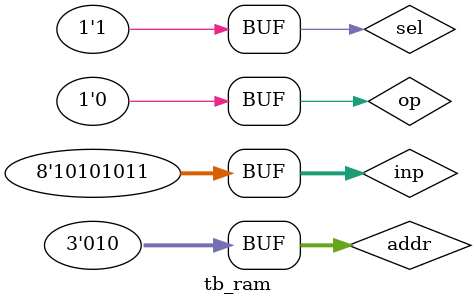
<source format=v>
module ram
    (
        input [7:0] inp,
        input [2:0] addr,
        input op,
        input sel,
        output [7:0] outp
    );

    wire [7:0] outp_demux;

    demux1to8bit demux1to8bit_inst1
    (
        .inp(sel),
        .addr(addr),
        .outp(outp_demux)
    );

    genvar i; generate
        for (i = 0; i < 8; i = i + 1) begin : bytecell_insts1
            bytecell bytecell_inst (
                .inp(inp),
                .rw(op),
                .sel(outp_demux[i]),
                .outp(outp)
            );
        end
    endgenerate

endmodule

module tb_ram;
    reg [7:0] inp;
    reg [2:0] addr;
    reg op;
    reg sel;
    wire [7:0] outp;

    ram ram_inst (
        .inp(inp),
        .addr(addr),
        .op(op),
        .sel(sel),
        .outp(outp)
    );

    initial begin
        $dumpfile("waveform.vcd");
        $dumpvars(1, tb_ram);

        inp = 8'b00000000;
        addr = 3'b000;
        op = 1'b0;
        sel = 1'b0;

        #10 sel <= 1'b1; op <= 1'b1; inp <= 8'b10101010; addr <= 3'b001; // write AA to address 1
        #10 sel <= 1'b0;
        #10 sel <= 1'b1; op <= 1'b0; addr <= 3'b001; // read from address 1
        #10 sel <= 1'b0;
        #10 sel <= 1'b1; op <= 1'b0; addr <= 3'b010; // read from address 2
        #10 op <= 1'b1; inp <= 8'b10101011; // write AB to address 2
        #10 op <= 1'b0;
        #10;

    end
endmodule
</source>
